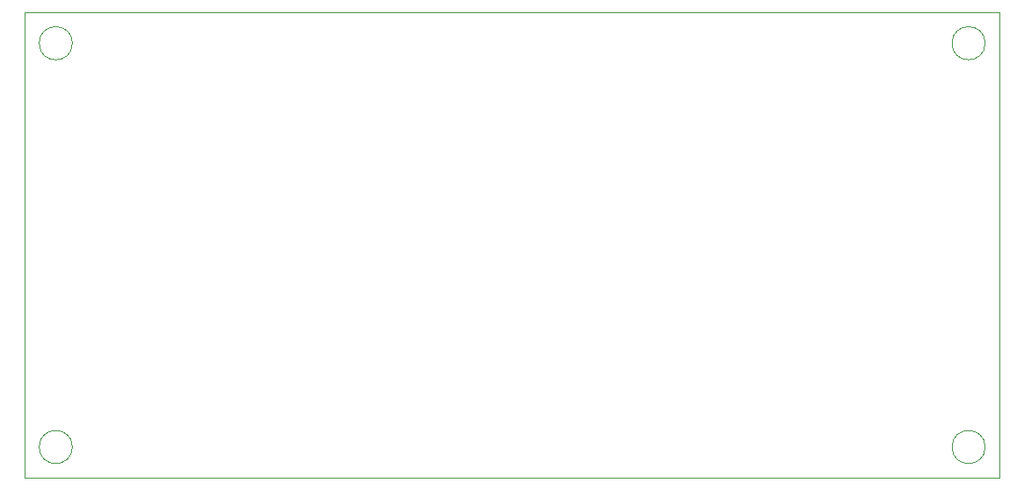
<source format=gm1>
%TF.GenerationSoftware,KiCad,Pcbnew,9.0.3*%
%TF.CreationDate,2025-07-27T11:41:57+09:00*%
%TF.ProjectId,LFOSeparate,4c464f53-6570-4617-9261-74652e6b6963,rev?*%
%TF.SameCoordinates,Original*%
%TF.FileFunction,Profile,NP*%
%FSLAX46Y46*%
G04 Gerber Fmt 4.6, Leading zero omitted, Abs format (unit mm)*
G04 Created by KiCad (PCBNEW 9.0.3) date 2025-07-27 11:41:57*
%MOMM*%
%LPD*%
G01*
G04 APERTURE LIST*
%TA.AperFunction,Profile*%
%ADD10C,0.050000*%
%TD*%
G04 APERTURE END LIST*
D10*
X179600000Y-76000000D02*
G75*
G02*
X176400000Y-76000000I-1600000J0D01*
G01*
X176400000Y-76000000D02*
G75*
G02*
X179600000Y-76000000I1600000J0D01*
G01*
X179600000Y-37000000D02*
G75*
G02*
X176400000Y-37000000I-1600000J0D01*
G01*
X176400000Y-37000000D02*
G75*
G02*
X179600000Y-37000000I1600000J0D01*
G01*
X91600000Y-76000000D02*
G75*
G02*
X88400000Y-76000000I-1600000J0D01*
G01*
X88400000Y-76000000D02*
G75*
G02*
X91600000Y-76000000I1600000J0D01*
G01*
X87000000Y-34000000D02*
X181000000Y-34000000D01*
X181000000Y-79000000D01*
X87000000Y-79000000D01*
X87000000Y-34000000D01*
X91600000Y-37000000D02*
G75*
G02*
X88400000Y-37000000I-1600000J0D01*
G01*
X88400000Y-37000000D02*
G75*
G02*
X91600000Y-37000000I1600000J0D01*
G01*
M02*

</source>
